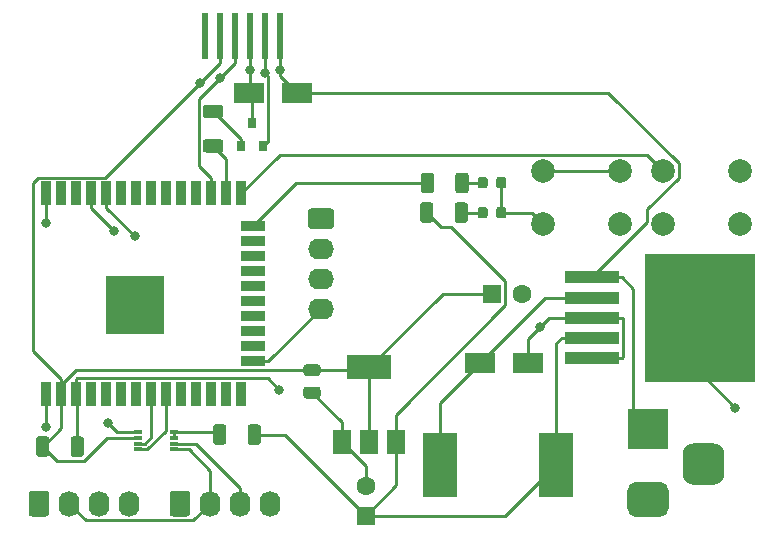
<source format=gbr>
%TF.GenerationSoftware,KiCad,Pcbnew,5.1.9+dfsg1-1*%
%TF.CreationDate,2021-11-11T20:26:25+01:00*%
%TF.ProjectId,lidar_board,6c696461-725f-4626-9f61-72642e6b6963,rev?*%
%TF.SameCoordinates,Original*%
%TF.FileFunction,Copper,L1,Top*%
%TF.FilePolarity,Positive*%
%FSLAX46Y46*%
G04 Gerber Fmt 4.6, Leading zero omitted, Abs format (unit mm)*
G04 Created by KiCad (PCBNEW 5.1.9+dfsg1-1) date 2021-11-11 20:26:25*
%MOMM*%
%LPD*%
G01*
G04 APERTURE LIST*
%TA.AperFunction,ComponentPad*%
%ADD10C,1.600000*%
%TD*%
%TA.AperFunction,ComponentPad*%
%ADD11R,1.600000X1.600000*%
%TD*%
%TA.AperFunction,SMDPad,CuDef*%
%ADD12R,2.500000X1.800000*%
%TD*%
%TA.AperFunction,ComponentPad*%
%ADD13R,3.500000X3.500000*%
%TD*%
%TA.AperFunction,ComponentPad*%
%ADD14O,2.190000X1.740000*%
%TD*%
%TA.AperFunction,ComponentPad*%
%ADD15O,1.740000X2.190000*%
%TD*%
%TA.AperFunction,ConnectorPad*%
%ADD16R,0.560000X4.000000*%
%TD*%
%TA.AperFunction,SMDPad,CuDef*%
%ADD17R,2.900000X5.400000*%
%TD*%
%TA.AperFunction,SMDPad,CuDef*%
%ADD18R,0.800000X0.900000*%
%TD*%
%TA.AperFunction,ComponentPad*%
%ADD19C,2.000000*%
%TD*%
%TA.AperFunction,SMDPad,CuDef*%
%ADD20R,4.600000X1.100000*%
%TD*%
%TA.AperFunction,SMDPad,CuDef*%
%ADD21R,9.400000X10.800000*%
%TD*%
%TA.AperFunction,SMDPad,CuDef*%
%ADD22R,0.800000X0.300000*%
%TD*%
%TA.AperFunction,SMDPad,CuDef*%
%ADD23R,3.800000X2.000000*%
%TD*%
%TA.AperFunction,SMDPad,CuDef*%
%ADD24R,1.500000X2.000000*%
%TD*%
%TA.AperFunction,SMDPad,CuDef*%
%ADD25R,5.000000X5.000000*%
%TD*%
%TA.AperFunction,SMDPad,CuDef*%
%ADD26R,0.900000X2.000000*%
%TD*%
%TA.AperFunction,SMDPad,CuDef*%
%ADD27R,2.000000X0.900000*%
%TD*%
%TA.AperFunction,ViaPad*%
%ADD28C,0.800000*%
%TD*%
%TA.AperFunction,Conductor*%
%ADD29C,0.250000*%
%TD*%
G04 APERTURE END LIST*
D10*
%TO.P,C1,2*%
%TO.N,GND*%
X167386000Y-111038000D03*
D11*
%TO.P,C1,1*%
%TO.N,+5V*%
X167386000Y-113538000D03*
%TD*%
%TO.P,C2,1*%
%TO.N,+3V3*%
X178054000Y-94742000D03*
D10*
%TO.P,C2,2*%
%TO.N,GND*%
X180554000Y-94742000D03*
%TD*%
%TO.P,C3,1*%
%TO.N,+3V3*%
%TA.AperFunction,SMDPad,CuDef*%
G36*
G01*
X162339000Y-100724000D02*
X163289000Y-100724000D01*
G75*
G02*
X163539000Y-100974000I0J-250000D01*
G01*
X163539000Y-101474000D01*
G75*
G02*
X163289000Y-101724000I-250000J0D01*
G01*
X162339000Y-101724000D01*
G75*
G02*
X162089000Y-101474000I0J250000D01*
G01*
X162089000Y-100974000D01*
G75*
G02*
X162339000Y-100724000I250000J0D01*
G01*
G37*
%TD.AperFunction*%
%TO.P,C3,2*%
%TO.N,GND*%
%TA.AperFunction,SMDPad,CuDef*%
G36*
G01*
X162339000Y-102624000D02*
X163289000Y-102624000D01*
G75*
G02*
X163539000Y-102874000I0J-250000D01*
G01*
X163539000Y-103374000D01*
G75*
G02*
X163289000Y-103624000I-250000J0D01*
G01*
X162339000Y-103624000D01*
G75*
G02*
X162089000Y-103374000I0J250000D01*
G01*
X162089000Y-102874000D01*
G75*
G02*
X162339000Y-102624000I250000J0D01*
G01*
G37*
%TD.AperFunction*%
%TD*%
D12*
%TO.P,D1,2*%
%TO.N,GND*%
X181070000Y-100584000D03*
%TO.P,D1,1*%
%TO.N,Net-(D1-Pad1)*%
X177070000Y-100584000D03*
%TD*%
%TO.P,PWR,2*%
%TO.N,Net-(D2-Pad2)*%
%TA.AperFunction,SMDPad,CuDef*%
G36*
G01*
X177704000Y-87627750D02*
X177704000Y-88140250D01*
G75*
G02*
X177485250Y-88359000I-218750J0D01*
G01*
X177047750Y-88359000D01*
G75*
G02*
X176829000Y-88140250I0J218750D01*
G01*
X176829000Y-87627750D01*
G75*
G02*
X177047750Y-87409000I218750J0D01*
G01*
X177485250Y-87409000D01*
G75*
G02*
X177704000Y-87627750I0J-218750D01*
G01*
G37*
%TD.AperFunction*%
%TO.P,PWR,1*%
%TO.N,GND*%
%TA.AperFunction,SMDPad,CuDef*%
G36*
G01*
X179279000Y-87627750D02*
X179279000Y-88140250D01*
G75*
G02*
X179060250Y-88359000I-218750J0D01*
G01*
X178622750Y-88359000D01*
G75*
G02*
X178404000Y-88140250I0J218750D01*
G01*
X178404000Y-87627750D01*
G75*
G02*
X178622750Y-87409000I218750J0D01*
G01*
X179060250Y-87409000D01*
G75*
G02*
X179279000Y-87627750I0J-218750D01*
G01*
G37*
%TD.AperFunction*%
%TD*%
%TO.P,Status,1*%
%TO.N,GND*%
%TA.AperFunction,SMDPad,CuDef*%
G36*
G01*
X179279000Y-85087750D02*
X179279000Y-85600250D01*
G75*
G02*
X179060250Y-85819000I-218750J0D01*
G01*
X178622750Y-85819000D01*
G75*
G02*
X178404000Y-85600250I0J218750D01*
G01*
X178404000Y-85087750D01*
G75*
G02*
X178622750Y-84869000I218750J0D01*
G01*
X179060250Y-84869000D01*
G75*
G02*
X179279000Y-85087750I0J-218750D01*
G01*
G37*
%TD.AperFunction*%
%TO.P,Status,2*%
%TO.N,Net-(D3-Pad2)*%
%TA.AperFunction,SMDPad,CuDef*%
G36*
G01*
X177704000Y-85087750D02*
X177704000Y-85600250D01*
G75*
G02*
X177485250Y-85819000I-218750J0D01*
G01*
X177047750Y-85819000D01*
G75*
G02*
X176829000Y-85600250I0J218750D01*
G01*
X176829000Y-85087750D01*
G75*
G02*
X177047750Y-84869000I218750J0D01*
G01*
X177485250Y-84869000D01*
G75*
G02*
X177704000Y-85087750I0J-218750D01*
G01*
G37*
%TD.AperFunction*%
%TD*%
%TO.P,D4,1*%
%TO.N,+12V*%
X161512000Y-77724000D03*
%TO.P,D4,2*%
%TO.N,/MOT-*%
X157512000Y-77724000D03*
%TD*%
D13*
%TO.P,J1,1*%
%TO.N,+12V*%
X191262000Y-106172000D03*
%TO.P,J1,2*%
%TO.N,GND*%
%TA.AperFunction,ComponentPad*%
G36*
G01*
X192262000Y-113672000D02*
X190262000Y-113672000D01*
G75*
G02*
X189512000Y-112922000I0J750000D01*
G01*
X189512000Y-111422000D01*
G75*
G02*
X190262000Y-110672000I750000J0D01*
G01*
X192262000Y-110672000D01*
G75*
G02*
X193012000Y-111422000I0J-750000D01*
G01*
X193012000Y-112922000D01*
G75*
G02*
X192262000Y-113672000I-750000J0D01*
G01*
G37*
%TD.AperFunction*%
%TO.P,J1,3*%
%TO.N,N/C*%
%TA.AperFunction,ComponentPad*%
G36*
G01*
X196837000Y-110922000D02*
X195087000Y-110922000D01*
G75*
G02*
X194212000Y-110047000I0J875000D01*
G01*
X194212000Y-108297000D01*
G75*
G02*
X195087000Y-107422000I875000J0D01*
G01*
X196837000Y-107422000D01*
G75*
G02*
X197712000Y-108297000I0J-875000D01*
G01*
X197712000Y-110047000D01*
G75*
G02*
X196837000Y-110922000I-875000J0D01*
G01*
G37*
%TD.AperFunction*%
%TD*%
D14*
%TO.P,J2,4*%
%TO.N,GND*%
X163576000Y-96012000D03*
%TO.P,J2,3*%
%TO.N,/UART_MOSI*%
X163576000Y-93472000D03*
%TO.P,J2,2*%
%TO.N,/UART_MISO*%
X163576000Y-90932000D03*
%TO.P,J2,1*%
%TO.N,Net-(J2-Pad1)*%
%TA.AperFunction,ComponentPad*%
G36*
G01*
X162730999Y-87522000D02*
X164421001Y-87522000D01*
G75*
G02*
X164671000Y-87771999I0J-249999D01*
G01*
X164671000Y-89012001D01*
G75*
G02*
X164421001Y-89262000I-249999J0D01*
G01*
X162730999Y-89262000D01*
G75*
G02*
X162481000Y-89012001I0J249999D01*
G01*
X162481000Y-87771999D01*
G75*
G02*
X162730999Y-87522000I249999J0D01*
G01*
G37*
%TD.AperFunction*%
%TD*%
%TO.P,I2C,1*%
%TO.N,Net-(J3-Pad1)*%
%TA.AperFunction,ComponentPad*%
G36*
G01*
X150768000Y-113367001D02*
X150768000Y-111676999D01*
G75*
G02*
X151017999Y-111427000I249999J0D01*
G01*
X152258001Y-111427000D01*
G75*
G02*
X152508000Y-111676999I0J-249999D01*
G01*
X152508000Y-113367001D01*
G75*
G02*
X152258001Y-113617000I-249999J0D01*
G01*
X151017999Y-113617000D01*
G75*
G02*
X150768000Y-113367001I0J249999D01*
G01*
G37*
%TD.AperFunction*%
D15*
%TO.P,I2C,2*%
%TO.N,Net-(J3-Pad2)*%
X154178000Y-112522000D03*
%TO.P,I2C,3*%
%TO.N,Net-(J3-Pad3)*%
X156718000Y-112522000D03*
%TO.P,I2C,4*%
%TO.N,GND*%
X159258000Y-112522000D03*
%TD*%
%TO.P,I2C,1*%
%TO.N,Net-(J4-Pad1)*%
%TA.AperFunction,ComponentPad*%
G36*
G01*
X138830000Y-113367001D02*
X138830000Y-111676999D01*
G75*
G02*
X139079999Y-111427000I249999J0D01*
G01*
X140320001Y-111427000D01*
G75*
G02*
X140570000Y-111676999I0J-249999D01*
G01*
X140570000Y-113367001D01*
G75*
G02*
X140320001Y-113617000I-249999J0D01*
G01*
X139079999Y-113617000D01*
G75*
G02*
X138830000Y-113367001I0J249999D01*
G01*
G37*
%TD.AperFunction*%
%TO.P,I2C,2*%
%TO.N,Net-(J3-Pad2)*%
X142240000Y-112522000D03*
%TO.P,I2C,3*%
%TO.N,Net-(J3-Pad3)*%
X144780000Y-112522000D03*
%TO.P,I2C,4*%
%TO.N,GND*%
X147320000Y-112522000D03*
%TD*%
D16*
%TO.P,J5,3*%
%TO.N,GND*%
X158867000Y-72938000D03*
%TO.P,J5,1*%
%TO.N,+12V*%
X160137000Y-72938000D03*
%TO.P,J5,5*%
%TO.N,/MOT-*%
X157597000Y-72938000D03*
%TO.P,J5,9*%
%TO.N,+3V3*%
X155057000Y-72938000D03*
%TO.P,J5,11*%
%TO.N,Net-(J5-Pad11)*%
X153787000Y-72938000D03*
%TO.P,J5,7*%
%TO.N,/LDS_TX*%
X156327000Y-72938000D03*
%TD*%
D17*
%TO.P,L1,1*%
%TO.N,Net-(D1-Pad1)*%
X173612000Y-109220000D03*
%TO.P,L1,2*%
%TO.N,+5V*%
X183512000Y-109220000D03*
%TD*%
D18*
%TO.P,Q1,1*%
%TO.N,Net-(Q1-Pad1)*%
X156784000Y-82280000D03*
%TO.P,Q1,2*%
%TO.N,GND*%
X158684000Y-82280000D03*
%TO.P,Q1,3*%
%TO.N,/MOT-*%
X157734000Y-80280000D03*
%TD*%
%TO.P,R1,1*%
%TO.N,+5V*%
%TA.AperFunction,SMDPad,CuDef*%
G36*
G01*
X158489000Y-106054998D02*
X158489000Y-107305002D01*
G75*
G02*
X158239002Y-107555000I-249998J0D01*
G01*
X157613998Y-107555000D01*
G75*
G02*
X157364000Y-107305002I0J249998D01*
G01*
X157364000Y-106054998D01*
G75*
G02*
X157613998Y-105805000I249998J0D01*
G01*
X158239002Y-105805000D01*
G75*
G02*
X158489000Y-106054998I0J-249998D01*
G01*
G37*
%TD.AperFunction*%
%TO.P,R1,2*%
%TO.N,Net-(R1-Pad2)*%
%TA.AperFunction,SMDPad,CuDef*%
G36*
G01*
X155564000Y-106054998D02*
X155564000Y-107305002D01*
G75*
G02*
X155314002Y-107555000I-249998J0D01*
G01*
X154688998Y-107555000D01*
G75*
G02*
X154439000Y-107305002I0J249998D01*
G01*
X154439000Y-106054998D01*
G75*
G02*
X154688998Y-105805000I249998J0D01*
G01*
X155314002Y-105805000D01*
G75*
G02*
X155564000Y-106054998I0J-249998D01*
G01*
G37*
%TD.AperFunction*%
%TD*%
%TO.P,R2,2*%
%TO.N,Net-(D2-Pad2)*%
%TA.AperFunction,SMDPad,CuDef*%
G36*
G01*
X174890000Y-88509002D02*
X174890000Y-87258998D01*
G75*
G02*
X175139998Y-87009000I249998J0D01*
G01*
X175765002Y-87009000D01*
G75*
G02*
X176015000Y-87258998I0J-249998D01*
G01*
X176015000Y-88509002D01*
G75*
G02*
X175765002Y-88759000I-249998J0D01*
G01*
X175139998Y-88759000D01*
G75*
G02*
X174890000Y-88509002I0J249998D01*
G01*
G37*
%TD.AperFunction*%
%TO.P,R2,1*%
%TO.N,+5V*%
%TA.AperFunction,SMDPad,CuDef*%
G36*
G01*
X171965000Y-88509002D02*
X171965000Y-87258998D01*
G75*
G02*
X172214998Y-87009000I249998J0D01*
G01*
X172840002Y-87009000D01*
G75*
G02*
X173090000Y-87258998I0J-249998D01*
G01*
X173090000Y-88509002D01*
G75*
G02*
X172840002Y-88759000I-249998J0D01*
G01*
X172214998Y-88759000D01*
G75*
G02*
X171965000Y-88509002I0J249998D01*
G01*
G37*
%TD.AperFunction*%
%TD*%
%TO.P,R3,2*%
%TO.N,Net-(R3-Pad2)*%
%TA.AperFunction,SMDPad,CuDef*%
G36*
G01*
X142378000Y-108321002D02*
X142378000Y-107070998D01*
G75*
G02*
X142627998Y-106821000I249998J0D01*
G01*
X143253002Y-106821000D01*
G75*
G02*
X143503000Y-107070998I0J-249998D01*
G01*
X143503000Y-108321002D01*
G75*
G02*
X143253002Y-108571000I-249998J0D01*
G01*
X142627998Y-108571000D01*
G75*
G02*
X142378000Y-108321002I0J249998D01*
G01*
G37*
%TD.AperFunction*%
%TO.P,R3,1*%
%TO.N,+3V3*%
%TA.AperFunction,SMDPad,CuDef*%
G36*
G01*
X139453000Y-108321002D02*
X139453000Y-107070998D01*
G75*
G02*
X139702998Y-106821000I249998J0D01*
G01*
X140328002Y-106821000D01*
G75*
G02*
X140578000Y-107070998I0J-249998D01*
G01*
X140578000Y-108321002D01*
G75*
G02*
X140328002Y-108571000I-249998J0D01*
G01*
X139702998Y-108571000D01*
G75*
G02*
X139453000Y-108321002I0J249998D01*
G01*
G37*
%TD.AperFunction*%
%TD*%
%TO.P,R4,1*%
%TO.N,Net-(R4-Pad1)*%
%TA.AperFunction,SMDPad,CuDef*%
G36*
G01*
X172033001Y-86000003D02*
X172033001Y-84749999D01*
G75*
G02*
X172282999Y-84500001I249998J0D01*
G01*
X172908003Y-84500001D01*
G75*
G02*
X173158001Y-84749999I0J-249998D01*
G01*
X173158001Y-86000003D01*
G75*
G02*
X172908003Y-86250001I-249998J0D01*
G01*
X172282999Y-86250001D01*
G75*
G02*
X172033001Y-86000003I0J249998D01*
G01*
G37*
%TD.AperFunction*%
%TO.P,R4,2*%
%TO.N,Net-(D3-Pad2)*%
%TA.AperFunction,SMDPad,CuDef*%
G36*
G01*
X174958001Y-86000003D02*
X174958001Y-84749999D01*
G75*
G02*
X175207999Y-84500001I249998J0D01*
G01*
X175833003Y-84500001D01*
G75*
G02*
X176083001Y-84749999I0J-249998D01*
G01*
X176083001Y-86000003D01*
G75*
G02*
X175833003Y-86250001I-249998J0D01*
G01*
X175207999Y-86250001D01*
G75*
G02*
X174958001Y-86000003I0J249998D01*
G01*
G37*
%TD.AperFunction*%
%TD*%
%TO.P,R5,1*%
%TO.N,Net-(Q1-Pad1)*%
%TA.AperFunction,SMDPad,CuDef*%
G36*
G01*
X153806998Y-78747000D02*
X155057002Y-78747000D01*
G75*
G02*
X155307000Y-78996998I0J-249998D01*
G01*
X155307000Y-79622002D01*
G75*
G02*
X155057002Y-79872000I-249998J0D01*
G01*
X153806998Y-79872000D01*
G75*
G02*
X153557000Y-79622002I0J249998D01*
G01*
X153557000Y-78996998D01*
G75*
G02*
X153806998Y-78747000I249998J0D01*
G01*
G37*
%TD.AperFunction*%
%TO.P,R5,2*%
%TO.N,/MOT_PWM*%
%TA.AperFunction,SMDPad,CuDef*%
G36*
G01*
X153806998Y-81672000D02*
X155057002Y-81672000D01*
G75*
G02*
X155307000Y-81921998I0J-249998D01*
G01*
X155307000Y-82547002D01*
G75*
G02*
X155057002Y-82797000I-249998J0D01*
G01*
X153806998Y-82797000D01*
G75*
G02*
X153557000Y-82547002I0J249998D01*
G01*
X153557000Y-81921998D01*
G75*
G02*
X153806998Y-81672000I249998J0D01*
G01*
G37*
%TD.AperFunction*%
%TD*%
D19*
%TO.P,Reset,1*%
%TO.N,Net-(R3-Pad2)*%
X188872000Y-84328000D03*
%TO.P,Reset,2*%
%TO.N,GND*%
X188872000Y-88828000D03*
%TO.P,Reset,1*%
%TO.N,Net-(R3-Pad2)*%
X182372000Y-84328000D03*
%TO.P,Reset,2*%
%TO.N,GND*%
X182372000Y-88828000D03*
%TD*%
%TO.P,Boot,2*%
%TO.N,GND*%
X192532000Y-88828000D03*
%TO.P,Boot,1*%
%TO.N,Net-(SW2-Pad1)*%
X192532000Y-84328000D03*
%TO.P,Boot,2*%
%TO.N,GND*%
X199032000Y-88828000D03*
%TO.P,Boot,1*%
%TO.N,Net-(SW2-Pad1)*%
X199032000Y-84328000D03*
%TD*%
D20*
%TO.P,U1,1*%
%TO.N,+12V*%
X186503000Y-93374000D03*
%TO.P,U1,2*%
%TO.N,Net-(D1-Pad1)*%
X186503000Y-95074000D03*
%TO.P,U1,3*%
%TO.N,GND*%
X186503000Y-96774000D03*
%TO.P,U1,4*%
%TO.N,+5V*%
X186503000Y-98474000D03*
%TO.P,U1,5*%
%TO.N,GND*%
X186503000Y-100174000D03*
D21*
%TO.P,U1,3*%
X195653000Y-96774000D03*
%TD*%
D22*
%TO.P,U2,1*%
%TO.N,GND*%
X148056000Y-106438000D03*
%TO.P,U2,2*%
%TO.N,+3V3*%
X148056000Y-106938000D03*
%TO.P,U2,3*%
%TO.N,/I2C_SCL*%
X148056000Y-107438000D03*
%TO.P,U2,4*%
%TO.N,/I2C_SDA*%
X148056000Y-107938000D03*
%TO.P,U2,5*%
%TO.N,Net-(J3-Pad2)*%
X151156000Y-107938000D03*
%TO.P,U2,6*%
%TO.N,Net-(J3-Pad3)*%
X151156000Y-107438000D03*
%TO.P,U2,7*%
%TO.N,Net-(R1-Pad2)*%
X151156000Y-106938000D03*
%TO.P,U2,8*%
X151156000Y-106438000D03*
%TD*%
D23*
%TO.P,U3,2*%
%TO.N,+3V3*%
X167640000Y-100990000D03*
D24*
X167640000Y-107290000D03*
%TO.P,U3,3*%
%TO.N,+5V*%
X169940000Y-107290000D03*
%TO.P,U3,1*%
%TO.N,GND*%
X165340000Y-107290000D03*
%TD*%
D25*
%TO.P,U4,39*%
%TO.N,GND*%
X147835000Y-95742000D03*
D26*
%TO.P,U4,1*%
X140335000Y-103242000D03*
%TO.P,U4,2*%
%TO.N,+3V3*%
X141605000Y-103242000D03*
%TO.P,U4,3*%
%TO.N,Net-(R3-Pad2)*%
X142875000Y-103242000D03*
%TO.P,U4,4*%
%TO.N,Net-(U4-Pad4)*%
X144145000Y-103242000D03*
%TO.P,U4,5*%
%TO.N,Net-(U4-Pad5)*%
X145415000Y-103242000D03*
%TO.P,U4,6*%
%TO.N,Net-(U4-Pad6)*%
X146685000Y-103242000D03*
%TO.P,U4,7*%
%TO.N,Net-(U4-Pad7)*%
X147955000Y-103242000D03*
%TO.P,U4,8*%
%TO.N,/I2C_SCL*%
X149225000Y-103242000D03*
%TO.P,U4,9*%
%TO.N,/I2C_SDA*%
X150495000Y-103242000D03*
%TO.P,U4,10*%
%TO.N,Net-(U4-Pad10)*%
X151765000Y-103242000D03*
%TO.P,U4,11*%
%TO.N,Net-(U4-Pad11)*%
X153035000Y-103242000D03*
%TO.P,U4,12*%
%TO.N,Net-(U4-Pad12)*%
X154305000Y-103242000D03*
%TO.P,U4,13*%
%TO.N,Net-(U4-Pad13)*%
X155575000Y-103242000D03*
%TO.P,U4,14*%
%TO.N,Net-(U4-Pad14)*%
X156845000Y-103242000D03*
D27*
%TO.P,U4,15*%
%TO.N,GND*%
X157845000Y-100457000D03*
%TO.P,U4,16*%
%TO.N,Net-(U4-Pad16)*%
X157845000Y-99187000D03*
%TO.P,U4,17*%
%TO.N,Net-(U4-Pad17)*%
X157845000Y-97917000D03*
%TO.P,U4,18*%
%TO.N,Net-(U4-Pad18)*%
X157845000Y-96647000D03*
%TO.P,U4,19*%
%TO.N,Net-(U4-Pad19)*%
X157845000Y-95377000D03*
%TO.P,U4,20*%
%TO.N,Net-(U4-Pad20)*%
X157845000Y-94107000D03*
%TO.P,U4,21*%
%TO.N,Net-(U4-Pad21)*%
X157845000Y-92837000D03*
%TO.P,U4,22*%
%TO.N,Net-(U4-Pad22)*%
X157845000Y-91567000D03*
%TO.P,U4,23*%
%TO.N,Net-(U4-Pad23)*%
X157845000Y-90297000D03*
%TO.P,U4,24*%
%TO.N,Net-(R4-Pad1)*%
X157845000Y-89027000D03*
D26*
%TO.P,U4,25*%
%TO.N,Net-(SW2-Pad1)*%
X156845000Y-86242000D03*
%TO.P,U4,26*%
%TO.N,/MOT_PWM*%
X155575000Y-86242000D03*
%TO.P,U4,27*%
%TO.N,/LDS_TX*%
X154305000Y-86242000D03*
%TO.P,U4,28*%
%TO.N,Net-(U4-Pad28)*%
X153035000Y-86242000D03*
%TO.P,U4,29*%
%TO.N,Net-(U4-Pad29)*%
X151765000Y-86242000D03*
%TO.P,U4,30*%
%TO.N,Net-(U4-Pad30)*%
X150495000Y-86242000D03*
%TO.P,U4,31*%
%TO.N,Net-(U4-Pad31)*%
X149225000Y-86242000D03*
%TO.P,U4,32*%
%TO.N,Net-(U4-Pad32)*%
X147955000Y-86242000D03*
%TO.P,U4,33*%
%TO.N,Net-(U4-Pad33)*%
X146685000Y-86242000D03*
%TO.P,U4,34*%
%TO.N,/UART_MOSI*%
X145415000Y-86242000D03*
%TO.P,U4,35*%
%TO.N,/UART_MISO*%
X144145000Y-86242000D03*
%TO.P,U4,36*%
%TO.N,Net-(U4-Pad36)*%
X142875000Y-86242000D03*
%TO.P,U4,37*%
%TO.N,Net-(U4-Pad37)*%
X141605000Y-86242000D03*
%TO.P,U4,38*%
%TO.N,GND*%
X140335000Y-86242000D03*
%TD*%
D28*
%TO.N,GND*%
X149606000Y-93980000D03*
X146050000Y-93980000D03*
X146050000Y-97536000D03*
X149606000Y-97536000D03*
X145542000Y-105664000D03*
X140335000Y-106045000D03*
X158867000Y-76063000D03*
X182118000Y-97536000D03*
X198628000Y-104394000D03*
X140335000Y-88773000D03*
%TO.N,+3V3*%
X153349500Y-76895500D03*
%TO.N,+12V*%
X160137000Y-75829000D03*
%TO.N,/MOT-*%
X157597000Y-75829000D03*
%TO.N,/UART_MOSI*%
X147828000Y-89905000D03*
%TO.N,/UART_MISO*%
X146061000Y-89408000D03*
%TO.N,/LDS_TX*%
X155000500Y-76514500D03*
%TO.N,Net-(R3-Pad2)*%
X160020000Y-102870000D03*
%TD*%
D29*
%TO.N,GND*%
X189053000Y-96774000D02*
X186503000Y-96774000D01*
X189128001Y-96849001D02*
X189053000Y-96774000D01*
X189053000Y-100174000D02*
X189128001Y-100098999D01*
X189128001Y-100098999D02*
X189128001Y-96849001D01*
X186503000Y-100174000D02*
X189053000Y-100174000D01*
X167386000Y-109336000D02*
X165340000Y-107290000D01*
X167386000Y-111038000D02*
X167386000Y-109336000D01*
X148056000Y-106438000D02*
X146316000Y-106438000D01*
X146316000Y-106438000D02*
X145542000Y-105664000D01*
X140335000Y-103242000D02*
X140335000Y-106045000D01*
X165340000Y-105650000D02*
X162814000Y-103124000D01*
X165340000Y-107290000D02*
X165340000Y-105650000D01*
X158867000Y-72938000D02*
X158867000Y-76063000D01*
X159087001Y-81876999D02*
X158684000Y-82280000D01*
X159087001Y-76283001D02*
X159087001Y-81876999D01*
X158867000Y-76063000D02*
X159087001Y-76283001D01*
X178841500Y-85344000D02*
X178841500Y-87884000D01*
X181428000Y-87884000D02*
X182372000Y-88828000D01*
X178841500Y-87884000D02*
X181428000Y-87884000D01*
X181070000Y-100584000D02*
X181070000Y-98584000D01*
X181070000Y-98584000D02*
X182118000Y-97536000D01*
X182880000Y-96774000D02*
X182118000Y-97536000D01*
X186503000Y-96774000D02*
X182880000Y-96774000D01*
X195653000Y-96774000D02*
X195653000Y-101419000D01*
X195653000Y-101419000D02*
X198628000Y-104394000D01*
X163540000Y-96012000D02*
X163576000Y-96012000D01*
X159095000Y-100457000D02*
X163540000Y-96012000D01*
X157845000Y-100457000D02*
X159095000Y-100457000D01*
X140335000Y-86242000D02*
X140335000Y-88773000D01*
%TO.N,+5V*%
X183953000Y-98474000D02*
X186503000Y-98474000D01*
X183512000Y-98915000D02*
X183953000Y-98474000D01*
X183512000Y-109220000D02*
X183512000Y-98915000D01*
X179194000Y-113538000D02*
X183512000Y-109220000D01*
X167386000Y-113538000D02*
X179194000Y-113538000D01*
X169940000Y-110984000D02*
X167386000Y-113538000D01*
X169940000Y-107290000D02*
X169940000Y-110984000D01*
X160528000Y-106680000D02*
X167386000Y-113538000D01*
X157926500Y-106680000D02*
X160528000Y-106680000D01*
X179179001Y-95739997D02*
X169940000Y-104978998D01*
X169940000Y-104978998D02*
X169940000Y-107290000D01*
X179179001Y-93681999D02*
X179179001Y-95739997D01*
X174581012Y-89084010D02*
X179179001Y-93681999D01*
X173727510Y-89084010D02*
X174581012Y-89084010D01*
X172527500Y-87884000D02*
X173727510Y-89084010D01*
%TO.N,+3V3*%
X167640000Y-107290000D02*
X167640000Y-100990000D01*
X141605000Y-102476998D02*
X141605000Y-103242000D01*
X142849997Y-101232001D02*
X141605000Y-102476998D01*
X167397999Y-101232001D02*
X142849997Y-101232001D01*
X167640000Y-100990000D02*
X167397999Y-101232001D01*
X141605000Y-104007002D02*
X141605000Y-103242000D01*
X173888000Y-94742000D02*
X167640000Y-100990000D01*
X178054000Y-94742000D02*
X173888000Y-94742000D01*
X141605000Y-106106500D02*
X141605000Y-103242000D01*
X140015500Y-107696000D02*
X141605000Y-106106500D01*
X141215510Y-108896010D02*
X140015500Y-107696000D01*
X143491180Y-108896010D02*
X141215510Y-108896010D01*
X145449190Y-106938000D02*
X143491180Y-108896010D01*
X148056000Y-106938000D02*
X145449190Y-106938000D01*
X139624999Y-84916999D02*
X139192000Y-85349998D01*
X145328001Y-84916999D02*
X139624999Y-84916999D01*
X155057000Y-75188000D02*
X153349500Y-76895500D01*
X155057000Y-72938000D02*
X155057000Y-75188000D01*
X141605000Y-101992000D02*
X141605000Y-103242000D01*
X139192000Y-99579000D02*
X141605000Y-101992000D01*
X139192000Y-85349998D02*
X139192000Y-99579000D01*
X153349500Y-76895500D02*
X145328001Y-84916999D01*
%TO.N,Net-(D1-Pad1)*%
X184767998Y-95074000D02*
X186503000Y-95074000D01*
X173612000Y-104042000D02*
X177070000Y-100584000D01*
X173612000Y-109220000D02*
X173612000Y-104042000D01*
X182580000Y-95074000D02*
X186503000Y-95074000D01*
X177070000Y-100584000D02*
X182580000Y-95074000D01*
%TO.N,Net-(D2-Pad2)*%
X177266500Y-87884000D02*
X175452500Y-87884000D01*
%TO.N,Net-(D3-Pad2)*%
X175551502Y-85344000D02*
X175520501Y-85375001D01*
X177266500Y-85344000D02*
X175551502Y-85344000D01*
%TO.N,+12V*%
X189053000Y-93374000D02*
X189992000Y-94313000D01*
X186503000Y-93374000D02*
X189053000Y-93374000D01*
X189992000Y-104902000D02*
X191262000Y-106172000D01*
X189992000Y-94313000D02*
X189992000Y-104902000D01*
X160137000Y-76349000D02*
X160137000Y-75829000D01*
X161512000Y-77724000D02*
X160137000Y-76349000D01*
X160137000Y-75829000D02*
X160137000Y-72938000D01*
X187889002Y-77724000D02*
X161512000Y-77724000D01*
X193857001Y-83691999D02*
X187889002Y-77724000D01*
X191206999Y-87614003D02*
X193857001Y-84964001D01*
X193857001Y-84964001D02*
X193857001Y-83691999D01*
X191206999Y-88670001D02*
X191206999Y-87614003D01*
X186503000Y-93374000D02*
X191206999Y-88670001D01*
%TO.N,/MOT-*%
X157597000Y-77639000D02*
X157512000Y-77724000D01*
X157597000Y-72938000D02*
X157597000Y-75829000D01*
X157734000Y-77946000D02*
X157512000Y-77724000D01*
X157734000Y-80280000D02*
X157734000Y-77946000D01*
X157597000Y-75829000D02*
X157597000Y-77639000D01*
%TO.N,/UART_MOSI*%
X163576000Y-93472000D02*
X163322000Y-93472000D01*
X145415000Y-87492000D02*
X147828000Y-89905000D01*
X145415000Y-86242000D02*
X145415000Y-87492000D01*
%TO.N,/UART_MISO*%
X144145000Y-87492000D02*
X146061000Y-89408000D01*
X144145000Y-86242000D02*
X144145000Y-87492000D01*
%TO.N,Net-(J3-Pad2)*%
X151156000Y-107938000D02*
X152388000Y-107938000D01*
X154178000Y-109728000D02*
X154178000Y-112522000D01*
X152388000Y-107938000D02*
X154178000Y-109728000D01*
X143660010Y-113942010D02*
X142240000Y-112522000D01*
X152757990Y-113942010D02*
X143660010Y-113942010D01*
X154178000Y-112522000D02*
X152757990Y-113942010D01*
%TO.N,Net-(J3-Pad3)*%
X152979000Y-107438000D02*
X151156000Y-107438000D01*
X156718000Y-111177000D02*
X152979000Y-107438000D01*
X156718000Y-112522000D02*
X156718000Y-111177000D01*
%TO.N,/LDS_TX*%
X153231990Y-83918990D02*
X154305000Y-84992000D01*
X153231990Y-78283010D02*
X153231990Y-83918990D01*
X154305000Y-84992000D02*
X154305000Y-86242000D01*
X156327000Y-75188000D02*
X155000500Y-76514500D01*
X156327000Y-72938000D02*
X156327000Y-75188000D01*
X155000500Y-76514500D02*
X153231990Y-78283010D01*
%TO.N,Net-(Q1-Pad1)*%
X156784000Y-81661500D02*
X154432000Y-79309500D01*
X156784000Y-82280000D02*
X156784000Y-81661500D01*
%TO.N,Net-(R1-Pad2)*%
X151156000Y-106938000D02*
X151156000Y-106438000D01*
X154759500Y-106438000D02*
X155001500Y-106680000D01*
X151156000Y-106438000D02*
X154759500Y-106438000D01*
%TO.N,Net-(R3-Pad2)*%
X188872000Y-84328000D02*
X182372000Y-84328000D01*
X142940500Y-103307500D02*
X142875000Y-103242000D01*
X142940500Y-107696000D02*
X142940500Y-103307500D01*
X142950001Y-101916999D02*
X159066999Y-101916999D01*
X142875000Y-101992000D02*
X142950001Y-101916999D01*
X142875000Y-103242000D02*
X142875000Y-101992000D01*
X159066999Y-101916999D02*
X160020000Y-102870000D01*
%TO.N,Net-(R4-Pad1)*%
X161496999Y-85375001D02*
X157845000Y-89027000D01*
X172595501Y-85375001D02*
X161496999Y-85375001D01*
%TO.N,/MOT_PWM*%
X155575000Y-83377500D02*
X154432000Y-82234500D01*
X155575000Y-86242000D02*
X155575000Y-83377500D01*
%TO.N,Net-(SW2-Pad1)*%
X160084001Y-83002999D02*
X156845000Y-86242000D01*
X191206999Y-83002999D02*
X160084001Y-83002999D01*
X192532000Y-84328000D02*
X191206999Y-83002999D01*
%TO.N,/I2C_SCL*%
X149225000Y-106904002D02*
X149225000Y-103242000D01*
X148691002Y-107438000D02*
X149225000Y-106904002D01*
X148056000Y-107438000D02*
X148691002Y-107438000D01*
%TO.N,/I2C_SDA*%
X150430999Y-106334413D02*
X150430999Y-103306001D01*
X150430999Y-103306001D02*
X150495000Y-103242000D01*
X148827412Y-107938000D02*
X150430999Y-106334413D01*
X148056000Y-107938000D02*
X148827412Y-107938000D01*
%TD*%
M02*

</source>
